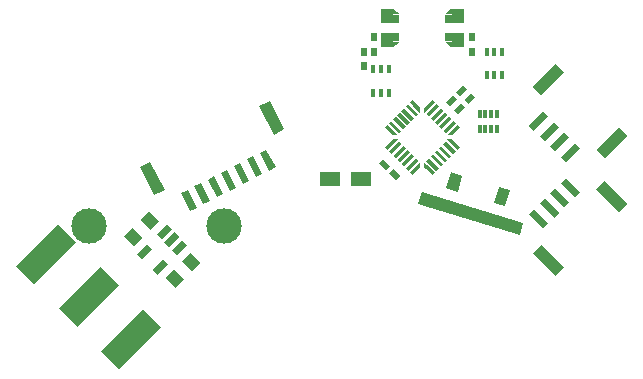
<source format=gbr>
G04 #@! TF.FileFunction,Soldermask,Bot*
%FSLAX46Y46*%
G04 Gerber Fmt 4.6, Leading zero omitted, Abs format (unit mm)*
G04 Created by KiCad (PCBNEW 4.0.5-e0-6337~49~ubuntu14.04.1) date Wed May 17 08:50:27 2017*
%MOMM*%
%LPD*%
G01*
G04 APERTURE LIST*
%ADD10C,0.100000*%
%ADD11R,1.600000X0.800000*%
%ADD12R,1.000000X1.200000*%
%ADD13R,1.800000X1.250000*%
%ADD14R,0.500000X0.800000*%
%ADD15R,0.300000X0.800000*%
%ADD16C,3.000000*%
G04 APERTURE END LIST*
D10*
G36*
X109094409Y-83849457D02*
X108322625Y-82334746D01*
X108857229Y-82062351D01*
X109629013Y-83577062D01*
X109094409Y-83849457D01*
X109094409Y-83849457D01*
G37*
G36*
X110208167Y-83281969D02*
X109436383Y-81767258D01*
X109970987Y-81494863D01*
X110742771Y-83009574D01*
X110208167Y-83281969D01*
X110208167Y-83281969D01*
G37*
G36*
X107980651Y-84416945D02*
X107208867Y-82902234D01*
X107743471Y-82629839D01*
X108515255Y-84144550D01*
X107980651Y-84416945D01*
X107980651Y-84416945D01*
G37*
G36*
X106866893Y-84984433D02*
X106095109Y-83469722D01*
X106629713Y-83197327D01*
X107401497Y-84712038D01*
X106866893Y-84984433D01*
X106866893Y-84984433D01*
G37*
G36*
X113928752Y-78524304D02*
X112702978Y-76118586D01*
X113593984Y-75664596D01*
X114819758Y-78070314D01*
X113928752Y-78524304D01*
X113928752Y-78524304D01*
G37*
G36*
X103815829Y-83677097D02*
X102590055Y-81271379D01*
X103481061Y-80817389D01*
X104706835Y-83223107D01*
X103815829Y-83677097D01*
X103815829Y-83677097D01*
G37*
G36*
X111856529Y-82442086D02*
X111321925Y-82714481D01*
X110550141Y-81199770D01*
X111084745Y-80927375D01*
X111856529Y-82442086D01*
X111856529Y-82442086D01*
G37*
G36*
X112970288Y-81874597D02*
X112435684Y-82146992D01*
X111663900Y-80632281D01*
X112198504Y-80359886D01*
X112970288Y-81874597D01*
X112970288Y-81874597D01*
G37*
G36*
X114084046Y-81307109D02*
X113549442Y-81579504D01*
X112777658Y-80064793D01*
X113312262Y-79792398D01*
X114084046Y-81307109D01*
X114084046Y-81307109D01*
G37*
G36*
X136872093Y-83931712D02*
X138074175Y-85133794D01*
X137649911Y-85558058D01*
X136447829Y-84355976D01*
X136872093Y-83931712D01*
X136872093Y-83931712D01*
G37*
G36*
X135988210Y-84815596D02*
X137190292Y-86017678D01*
X136766028Y-86441942D01*
X135563946Y-85239860D01*
X135988210Y-84815596D01*
X135988210Y-84815596D01*
G37*
G36*
X137755976Y-83047829D02*
X138958058Y-84249911D01*
X138533794Y-84674175D01*
X137331712Y-83472093D01*
X137755976Y-83047829D01*
X137755976Y-83047829D01*
G37*
G36*
X138639860Y-82163946D02*
X139841942Y-83366028D01*
X139417678Y-83790292D01*
X138215596Y-82588210D01*
X138639860Y-82163946D01*
X138639860Y-82163946D01*
G37*
G36*
X136571573Y-87838477D02*
X138480762Y-89747666D01*
X137773655Y-90454773D01*
X135864466Y-88545584D01*
X136571573Y-87838477D01*
X136571573Y-87838477D01*
G37*
G36*
X141945584Y-82464466D02*
X143854773Y-84373655D01*
X143147666Y-85080762D01*
X141238477Y-83171573D01*
X141945584Y-82464466D01*
X141945584Y-82464466D01*
G37*
D11*
X129200000Y-70300000D03*
X129200000Y-68700000D03*
X123800000Y-70300000D03*
X123800000Y-68700000D03*
D12*
X123500000Y-70500000D03*
X123500000Y-68500000D03*
X129500000Y-70500000D03*
X129500000Y-68500000D03*
D10*
G36*
X123950000Y-71100000D02*
X123400000Y-70700000D01*
X124600000Y-70700000D01*
X124050000Y-71100000D01*
X123950000Y-71100000D01*
X123950000Y-71100000D01*
G37*
G36*
X124050000Y-67900000D02*
X124600000Y-68300000D01*
X123400000Y-68300000D01*
X123950000Y-67900000D01*
X124050000Y-67900000D01*
X124050000Y-67900000D01*
G37*
G36*
X128950000Y-71100000D02*
X128400000Y-70700000D01*
X129600000Y-70700000D01*
X129050000Y-71100000D01*
X128950000Y-71100000D01*
X128950000Y-71100000D01*
G37*
G36*
X129050000Y-67900000D02*
X129600000Y-68300000D01*
X128400000Y-68300000D01*
X128950000Y-67900000D01*
X129050000Y-67900000D01*
X129050000Y-67900000D01*
G37*
G36*
X103386396Y-85015076D02*
X104234924Y-85863604D01*
X103527818Y-86570710D01*
X102679290Y-85722182D01*
X103386396Y-85015076D01*
X103386396Y-85015076D01*
G37*
G36*
X101972182Y-86429290D02*
X102820710Y-87277818D01*
X102113604Y-87984924D01*
X101265076Y-87136396D01*
X101972182Y-86429290D01*
X101972182Y-86429290D01*
G37*
D13*
X118700000Y-82300000D03*
X121300000Y-82300000D03*
D10*
G36*
X122866117Y-80969670D02*
X123219670Y-80616117D01*
X123785355Y-81181802D01*
X123431802Y-81535355D01*
X122866117Y-80969670D01*
X122866117Y-80969670D01*
G37*
G36*
X123714645Y-81818198D02*
X124068198Y-81464645D01*
X124633883Y-82030330D01*
X124280330Y-82383883D01*
X123714645Y-81818198D01*
X123714645Y-81818198D01*
G37*
G36*
X105613604Y-91484924D02*
X104765076Y-90636396D01*
X105472182Y-89929290D01*
X106320710Y-90777818D01*
X105613604Y-91484924D01*
X105613604Y-91484924D01*
G37*
G36*
X107027818Y-90070710D02*
X106179290Y-89222182D01*
X106886396Y-88515076D01*
X107734924Y-89363604D01*
X107027818Y-90070710D01*
X107027818Y-90070710D01*
G37*
G36*
X129569670Y-76783883D02*
X129216117Y-76430330D01*
X129781802Y-75864645D01*
X130135355Y-76218198D01*
X129569670Y-76783883D01*
X129569670Y-76783883D01*
G37*
G36*
X130418198Y-75935355D02*
X130064645Y-75581802D01*
X130630330Y-75016117D01*
X130983883Y-75369670D01*
X130418198Y-75935355D01*
X130418198Y-75935355D01*
G37*
G36*
X137331712Y-79527907D02*
X138533794Y-78325825D01*
X138958058Y-78750089D01*
X137755976Y-79952171D01*
X137331712Y-79527907D01*
X137331712Y-79527907D01*
G37*
G36*
X138215596Y-80411790D02*
X139417678Y-79209708D01*
X139841942Y-79633972D01*
X138639860Y-80836054D01*
X138215596Y-80411790D01*
X138215596Y-80411790D01*
G37*
G36*
X136447829Y-78644024D02*
X137649911Y-77441942D01*
X138074175Y-77866206D01*
X136872093Y-79068288D01*
X136447829Y-78644024D01*
X136447829Y-78644024D01*
G37*
G36*
X135563946Y-77760140D02*
X136766028Y-76558058D01*
X137190292Y-76982322D01*
X135988210Y-78184404D01*
X135563946Y-77760140D01*
X135563946Y-77760140D01*
G37*
G36*
X141238477Y-79828427D02*
X143147666Y-77919238D01*
X143854773Y-78626345D01*
X141945584Y-80535534D01*
X141238477Y-79828427D01*
X141238477Y-79828427D01*
G37*
G36*
X135864466Y-74454416D02*
X137773655Y-72545227D01*
X138480762Y-73252334D01*
X136571573Y-75161523D01*
X135864466Y-74454416D01*
X135864466Y-74454416D01*
G37*
D14*
X121600000Y-71500000D03*
X121600000Y-72700000D03*
X122400000Y-70300000D03*
X122400000Y-71500000D03*
X130700000Y-70300000D03*
X130700000Y-71500000D03*
D10*
G36*
X105949569Y-87224695D02*
X105101041Y-88073223D01*
X104676777Y-87648959D01*
X105525305Y-86800431D01*
X105949569Y-87224695D01*
X105949569Y-87224695D01*
G37*
G36*
X105277817Y-86552944D02*
X104429289Y-87401472D01*
X104005025Y-86977208D01*
X104853553Y-86128680D01*
X105277817Y-86552944D01*
X105277817Y-86552944D01*
G37*
G36*
X106621320Y-87896447D02*
X105772792Y-88744975D01*
X105348528Y-88320711D01*
X106197056Y-87472183D01*
X106621320Y-87896447D01*
X106621320Y-87896447D01*
G37*
G36*
X104994975Y-89522792D02*
X104146447Y-90371320D01*
X103722183Y-89947056D01*
X104570711Y-89098528D01*
X104994975Y-89522792D01*
X104994975Y-89522792D01*
G37*
G36*
X103651472Y-88179289D02*
X102802944Y-89027817D01*
X102378680Y-88603553D01*
X103227208Y-87755025D01*
X103651472Y-88179289D01*
X103651472Y-88179289D01*
G37*
G36*
X129930330Y-74316117D02*
X130283883Y-74669670D01*
X129718198Y-75235355D01*
X129364645Y-74881802D01*
X129930330Y-74316117D01*
X129930330Y-74316117D01*
G37*
G36*
X129081802Y-75164645D02*
X129435355Y-75518198D01*
X128869670Y-76083883D01*
X128516117Y-75730330D01*
X129081802Y-75164645D01*
X129081802Y-75164645D01*
G37*
D15*
X131350000Y-78050000D03*
X131850000Y-78050000D03*
X132350000Y-78050000D03*
X132850000Y-78050000D03*
X132850000Y-76750000D03*
X132350000Y-76750000D03*
X131850000Y-76750000D03*
X131350000Y-76750000D03*
D16*
X98250000Y-86250000D03*
X109750000Y-86250000D03*
D10*
G36*
X135049557Y-86037520D02*
X134757186Y-86993825D01*
X126150443Y-84362480D01*
X126442814Y-83406175D01*
X135049557Y-86037520D01*
X135049557Y-86037520D01*
G37*
G36*
X133919652Y-83234698D02*
X133510331Y-84573524D01*
X132554026Y-84281152D01*
X132963347Y-82942326D01*
X133919652Y-83234698D01*
X133919652Y-83234698D01*
G37*
G36*
X129903172Y-82006737D02*
X129493851Y-83345563D01*
X128537546Y-83053191D01*
X128946867Y-81714365D01*
X129903172Y-82006737D01*
X129903172Y-82006737D01*
G37*
G36*
X127560660Y-75780152D02*
X126924264Y-76416548D01*
X126712132Y-76204416D01*
X127348528Y-75568020D01*
X127560660Y-75780152D01*
X127560660Y-75780152D01*
G37*
G36*
X127914213Y-76133705D02*
X127065685Y-76982233D01*
X126853553Y-76770101D01*
X127702081Y-75921573D01*
X127914213Y-76133705D01*
X127914213Y-76133705D01*
G37*
G36*
X128267767Y-76487258D02*
X127419239Y-77335786D01*
X127207107Y-77123654D01*
X128055635Y-76275126D01*
X128267767Y-76487258D01*
X128267767Y-76487258D01*
G37*
G36*
X128621320Y-76840812D02*
X127772792Y-77689340D01*
X127560660Y-77477208D01*
X128409188Y-76628680D01*
X128621320Y-76840812D01*
X128621320Y-76840812D01*
G37*
G36*
X128974874Y-77194365D02*
X128126346Y-78042893D01*
X127914214Y-77830761D01*
X128762742Y-76982233D01*
X128974874Y-77194365D01*
X128974874Y-77194365D01*
G37*
G36*
X129328427Y-77547919D02*
X128479899Y-78396447D01*
X128267767Y-78184315D01*
X129116295Y-77335787D01*
X129328427Y-77547919D01*
X129328427Y-77547919D01*
G37*
G36*
X129681980Y-77901472D02*
X129045584Y-78537868D01*
X128833452Y-78325736D01*
X129469848Y-77689340D01*
X129681980Y-77901472D01*
X129681980Y-77901472D01*
G37*
G36*
X129469848Y-79810660D02*
X128833452Y-79174264D01*
X129045584Y-78962132D01*
X129681980Y-79598528D01*
X129469848Y-79810660D01*
X129469848Y-79810660D01*
G37*
G36*
X129116295Y-80164213D02*
X128267767Y-79315685D01*
X128479899Y-79103553D01*
X129328427Y-79952081D01*
X129116295Y-80164213D01*
X129116295Y-80164213D01*
G37*
G36*
X128762742Y-80517767D02*
X127914214Y-79669239D01*
X128126346Y-79457107D01*
X128974874Y-80305635D01*
X128762742Y-80517767D01*
X128762742Y-80517767D01*
G37*
G36*
X128409188Y-80871320D02*
X127560660Y-80022792D01*
X127772792Y-79810660D01*
X128621320Y-80659188D01*
X128409188Y-80871320D01*
X128409188Y-80871320D01*
G37*
G36*
X128055635Y-81224874D02*
X127207107Y-80376346D01*
X127419239Y-80164214D01*
X128267767Y-81012742D01*
X128055635Y-81224874D01*
X128055635Y-81224874D01*
G37*
G36*
X127702081Y-81578427D02*
X126853553Y-80729899D01*
X127065685Y-80517767D01*
X127914213Y-81366295D01*
X127702081Y-81578427D01*
X127702081Y-81578427D01*
G37*
G36*
X127348528Y-81931980D02*
X126712132Y-81295584D01*
X126924264Y-81083452D01*
X127560660Y-81719848D01*
X127348528Y-81931980D01*
X127348528Y-81931980D01*
G37*
G36*
X126287868Y-81295584D02*
X125651472Y-81931980D01*
X125439340Y-81719848D01*
X126075736Y-81083452D01*
X126287868Y-81295584D01*
X126287868Y-81295584D01*
G37*
G36*
X126146447Y-80729899D02*
X125297919Y-81578427D01*
X125085787Y-81366295D01*
X125934315Y-80517767D01*
X126146447Y-80729899D01*
X126146447Y-80729899D01*
G37*
G36*
X125792893Y-80376346D02*
X124944365Y-81224874D01*
X124732233Y-81012742D01*
X125580761Y-80164214D01*
X125792893Y-80376346D01*
X125792893Y-80376346D01*
G37*
G36*
X125439340Y-80022792D02*
X124590812Y-80871320D01*
X124378680Y-80659188D01*
X125227208Y-79810660D01*
X125439340Y-80022792D01*
X125439340Y-80022792D01*
G37*
G36*
X125085786Y-79669239D02*
X124237258Y-80517767D01*
X124025126Y-80305635D01*
X124873654Y-79457107D01*
X125085786Y-79669239D01*
X125085786Y-79669239D01*
G37*
G36*
X124732233Y-79315685D02*
X123883705Y-80164213D01*
X123671573Y-79952081D01*
X124520101Y-79103553D01*
X124732233Y-79315685D01*
X124732233Y-79315685D01*
G37*
G36*
X124166548Y-79174264D02*
X123530152Y-79810660D01*
X123318020Y-79598528D01*
X123954416Y-78962132D01*
X124166548Y-79174264D01*
X124166548Y-79174264D01*
G37*
G36*
X123954416Y-78537868D02*
X123318020Y-77901472D01*
X123530152Y-77689340D01*
X124166548Y-78325736D01*
X123954416Y-78537868D01*
X123954416Y-78537868D01*
G37*
G36*
X124520101Y-78396447D02*
X123671573Y-77547919D01*
X123883705Y-77335787D01*
X124732233Y-78184315D01*
X124520101Y-78396447D01*
X124520101Y-78396447D01*
G37*
G36*
X124873654Y-78042893D02*
X124025126Y-77194365D01*
X124237258Y-76982233D01*
X125085786Y-77830761D01*
X124873654Y-78042893D01*
X124873654Y-78042893D01*
G37*
G36*
X125227208Y-77689340D02*
X124378680Y-76840812D01*
X124590812Y-76628680D01*
X125439340Y-77477208D01*
X125227208Y-77689340D01*
X125227208Y-77689340D01*
G37*
G36*
X125580761Y-77335786D02*
X124732233Y-76487258D01*
X124944365Y-76275126D01*
X125792893Y-77123654D01*
X125580761Y-77335786D01*
X125580761Y-77335786D01*
G37*
G36*
X125934315Y-76982233D02*
X125085787Y-76133705D01*
X125297919Y-75921573D01*
X126146447Y-76770101D01*
X125934315Y-76982233D01*
X125934315Y-76982233D01*
G37*
G36*
X126075736Y-76416548D02*
X125439340Y-75780152D01*
X125651472Y-75568020D01*
X126287868Y-76204416D01*
X126075736Y-76416548D01*
X126075736Y-76416548D01*
G37*
G36*
X127242462Y-76098349D02*
X126676776Y-76664035D01*
X126676776Y-76239771D01*
X126818198Y-76098349D01*
X127242462Y-76098349D01*
X127242462Y-76098349D01*
G37*
G36*
X126323224Y-76664035D02*
X125757538Y-76098349D01*
X126181802Y-76098349D01*
X126323224Y-76239771D01*
X126323224Y-76664035D01*
X126323224Y-76664035D01*
G37*
G36*
X126676776Y-80835965D02*
X127242462Y-81401651D01*
X126818198Y-81401651D01*
X126676776Y-81260229D01*
X126676776Y-80835965D01*
X126676776Y-80835965D01*
G37*
G36*
X125757538Y-81401651D02*
X126323224Y-80835965D01*
X126323224Y-81260229D01*
X126181802Y-81401651D01*
X125757538Y-81401651D01*
X125757538Y-81401651D01*
G37*
G36*
X128585965Y-78573224D02*
X129151651Y-78007538D01*
X129151651Y-78431802D01*
X129010229Y-78573224D01*
X128585965Y-78573224D01*
X128585965Y-78573224D01*
G37*
G36*
X129151651Y-79492462D02*
X128585965Y-78926776D01*
X129010229Y-78926776D01*
X129151651Y-79068198D01*
X129151651Y-79492462D01*
X129151651Y-79492462D01*
G37*
G36*
X124414035Y-78926776D02*
X123848349Y-79492462D01*
X123848349Y-79068198D01*
X123989771Y-78926776D01*
X124414035Y-78926776D01*
X124414035Y-78926776D01*
G37*
G36*
X123848349Y-78007538D02*
X124414035Y-78573224D01*
X123989771Y-78573224D01*
X123848349Y-78431802D01*
X123848349Y-78007538D01*
X123848349Y-78007538D01*
G37*
D15*
X123650000Y-75000000D03*
X123000000Y-75000000D03*
X122350000Y-75000000D03*
X122350000Y-73000000D03*
X123000000Y-73000000D03*
X123650000Y-73000000D03*
X133250000Y-73500000D03*
X132600000Y-73500000D03*
X131950000Y-73500000D03*
X131950000Y-71500000D03*
X132600000Y-71500000D03*
X133250000Y-71500000D03*
D10*
G36*
X104401829Y-94866296D02*
X100866296Y-98401829D01*
X99310661Y-96846194D01*
X102846194Y-93310661D01*
X104401829Y-94866296D01*
X104401829Y-94866296D01*
G37*
G36*
X100795584Y-91260051D02*
X97260051Y-94795584D01*
X95704416Y-93239949D01*
X99239949Y-89704416D01*
X100795584Y-91260051D01*
X100795584Y-91260051D01*
G37*
G36*
X97189339Y-87653806D02*
X93653806Y-91189339D01*
X92098171Y-89633704D01*
X95633704Y-86098171D01*
X97189339Y-87653806D01*
X97189339Y-87653806D01*
G37*
M02*

</source>
